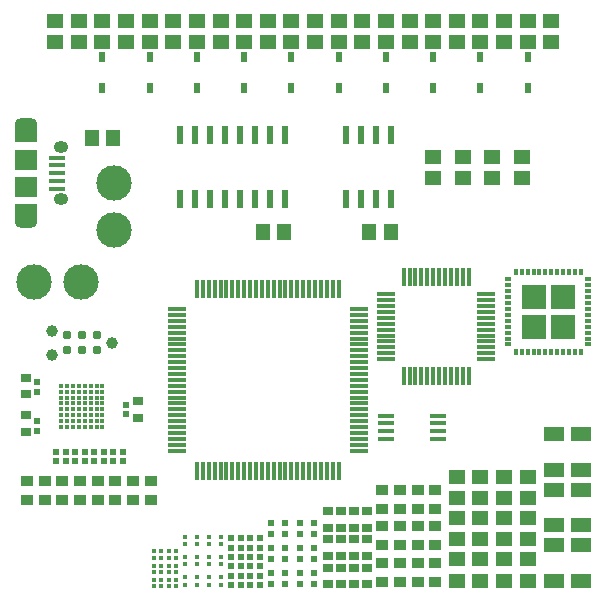
<source format=gts>
G04 #@! TF.FileFunction,Soldermask,Top*
%FSLAX46Y46*%
G04 Gerber Fmt 4.6, Leading zero omitted, Abs format (unit mm)*
G04 Created by KiCad (PCBNEW 0.201512311516+6410~40~ubuntu14.04.1-stable) date Sun 03 Jan 2016 08:31:07 GMT*
%MOMM*%
G01*
G04 APERTURE LIST*
%ADD10C,0.100000*%
%ADD11R,1.150000X1.450000*%
%ADD12R,1.450000X1.150000*%
%ADD13R,0.600000X1.550000*%
%ADD14R,0.420000X0.460000*%
%ADD15R,0.620000X0.620000*%
%ADD16R,1.000000X0.950000*%
%ADD17R,1.800000X1.150000*%
%ADD18R,1.450000X0.450000*%
%ADD19R,1.500000X0.300000*%
%ADD20R,0.300000X1.500000*%
%ADD21R,0.500000X0.900000*%
%ADD22R,0.900000X0.750000*%
%ADD23R,0.520000X0.520000*%
%ADD24R,0.320000X0.360000*%
%ADD25C,0.370000*%
%ADD26C,0.787000*%
%ADD27C,1.000000*%
%ADD28C,3.000000*%
%ADD29R,1.350000X0.400000*%
%ADD30O,1.250000X1.000000*%
%ADD31R,1.900000X1.800000*%
%ADD32R,1.900000X1.575000*%
%ADD33O,1.900000X1.000000*%
%ADD34R,0.550000X0.300000*%
%ADD35R,0.300000X0.550000*%
%ADD36R,2.002000X2.002000*%
G04 APERTURE END LIST*
D10*
D11*
X73400000Y-69000000D03*
X71600000Y-69000000D03*
X58900000Y-61000000D03*
X57100000Y-61000000D03*
X82400000Y-69000000D03*
X80600000Y-69000000D03*
D12*
X86000000Y-62600000D03*
X86000000Y-64400000D03*
X93500000Y-64400000D03*
X93500000Y-62600000D03*
X54000000Y-51100000D03*
X54000000Y-52900000D03*
X58000000Y-51100000D03*
X58000000Y-52900000D03*
X62000000Y-51100000D03*
X62000000Y-52900000D03*
X66000000Y-51100000D03*
X66000000Y-52900000D03*
X70000000Y-51100000D03*
X70000000Y-52900000D03*
X74000000Y-51100000D03*
X74000000Y-52900000D03*
X78000000Y-51100000D03*
X78000000Y-52900000D03*
X82000000Y-51100000D03*
X82000000Y-52900000D03*
X86000000Y-51100000D03*
X86000000Y-52900000D03*
X90000000Y-51100000D03*
X90000000Y-52900000D03*
X94000000Y-51100000D03*
X94000000Y-52900000D03*
D13*
X73445000Y-60800000D03*
X72175000Y-60800000D03*
X70905000Y-60800000D03*
X69635000Y-60800000D03*
X68365000Y-60800000D03*
X67095000Y-60800000D03*
X65825000Y-60800000D03*
X64555000Y-60800000D03*
X64555000Y-66200000D03*
X65825000Y-66200000D03*
X67095000Y-66200000D03*
X68365000Y-66200000D03*
X69635000Y-66200000D03*
X70905000Y-66200000D03*
X72175000Y-66200000D03*
X73445000Y-66200000D03*
X82405000Y-60800000D03*
X81135000Y-60800000D03*
X79865000Y-60800000D03*
X78595000Y-60800000D03*
X78595000Y-66200000D03*
X79865000Y-66200000D03*
X81135000Y-66200000D03*
X82405000Y-66200000D03*
D12*
X88500000Y-62600000D03*
X88500000Y-64400000D03*
X91000000Y-62600000D03*
X91000000Y-64400000D03*
X56000000Y-52900000D03*
X56000000Y-51100000D03*
X60000000Y-52900000D03*
X60000000Y-51100000D03*
X64000000Y-52900000D03*
X64000000Y-51100000D03*
X68000000Y-52900000D03*
X68000000Y-51100000D03*
X72000000Y-52900000D03*
X72000000Y-51100000D03*
X76000000Y-52900000D03*
X76000000Y-51100000D03*
X80000000Y-52900000D03*
X80000000Y-51100000D03*
X84000000Y-52900000D03*
X84000000Y-51100000D03*
X88000000Y-52900000D03*
X88000000Y-51100000D03*
X92000000Y-52900000D03*
X92000000Y-51100000D03*
X96000000Y-52900000D03*
X96000000Y-51100000D03*
D14*
X68000000Y-94770000D03*
X68000000Y-95430000D03*
X68000000Y-96470000D03*
X68000000Y-97130000D03*
X68000000Y-98170000D03*
X68000000Y-98830000D03*
D15*
X75900000Y-93650000D03*
X75900000Y-94550000D03*
X75900000Y-95750000D03*
X75900000Y-96650000D03*
X75900000Y-97850000D03*
X75900000Y-98750000D03*
D16*
X86200000Y-90800000D03*
X86200000Y-92400000D03*
X86200000Y-93900000D03*
X86200000Y-95500000D03*
X86200000Y-97000000D03*
X86200000Y-98600000D03*
D12*
X94000000Y-89700000D03*
X94000000Y-91500000D03*
X94000000Y-93200000D03*
X94000000Y-95000000D03*
X94000000Y-96700000D03*
X94000000Y-98500000D03*
D17*
X96200000Y-86100000D03*
X96200000Y-89100000D03*
X96200000Y-90800000D03*
X96200000Y-93800000D03*
X96200000Y-95500000D03*
X96200000Y-98500000D03*
D14*
X67000000Y-94770000D03*
X67000000Y-95430000D03*
X67000000Y-96470000D03*
X67000000Y-97130000D03*
X67000000Y-98170000D03*
X67000000Y-98830000D03*
D15*
X74700000Y-93650000D03*
X74700000Y-94550000D03*
X74700000Y-95750000D03*
X74700000Y-96650000D03*
X74700000Y-97850000D03*
X74700000Y-98750000D03*
D16*
X84700000Y-90800000D03*
X84700000Y-92400000D03*
X84700000Y-93900000D03*
X84700000Y-95500000D03*
X84700000Y-97000000D03*
X84700000Y-98600000D03*
D12*
X92000000Y-89700000D03*
X92000000Y-91500000D03*
X92000000Y-93200000D03*
X92000000Y-95000000D03*
X92000000Y-96700000D03*
X92000000Y-98500000D03*
D17*
X98500000Y-86100000D03*
X98500000Y-89100000D03*
X98500000Y-90800000D03*
X98500000Y-93800000D03*
X98500000Y-95500000D03*
X98500000Y-98500000D03*
D14*
X66000000Y-94770000D03*
X66000000Y-95430000D03*
X66000000Y-96470000D03*
X66000000Y-97130000D03*
X66000000Y-98170000D03*
X66000000Y-98830000D03*
D15*
X73500000Y-93650000D03*
X73500000Y-94550000D03*
X73500000Y-95750000D03*
X73500000Y-96650000D03*
X73500000Y-97850000D03*
X73500000Y-98750000D03*
D16*
X83200000Y-90800000D03*
X83200000Y-92400000D03*
X83200000Y-93900000D03*
X83200000Y-95500000D03*
X83200000Y-97000000D03*
X83200000Y-98600000D03*
D12*
X90000000Y-89700000D03*
X90000000Y-91500000D03*
X90000000Y-93200000D03*
X90000000Y-95000000D03*
X90000000Y-96700000D03*
X90000000Y-98500000D03*
D14*
X65000000Y-94770000D03*
X65000000Y-95430000D03*
X65000000Y-96470000D03*
X65000000Y-97130000D03*
X65000000Y-98170000D03*
X65000000Y-98830000D03*
D15*
X72300000Y-93650000D03*
X72300000Y-94550000D03*
X72300000Y-95750000D03*
X72300000Y-96650000D03*
X72300000Y-97850000D03*
X72300000Y-98750000D03*
D16*
X81700000Y-90800000D03*
X81700000Y-92400000D03*
X81700000Y-93900000D03*
X81700000Y-95500000D03*
X81700000Y-97000000D03*
X81700000Y-98600000D03*
D18*
X82050000Y-84525000D03*
X82050000Y-85175000D03*
X82050000Y-85825000D03*
X82050000Y-86475000D03*
X86450000Y-86475000D03*
X86450000Y-85825000D03*
X86450000Y-85175000D03*
X86450000Y-84525000D03*
D19*
X82050000Y-74250000D03*
X82050000Y-74750000D03*
X82050000Y-75250000D03*
X82050000Y-75750000D03*
X82050000Y-76250000D03*
X82050000Y-76750000D03*
X82050000Y-77250000D03*
X82050000Y-77750000D03*
X82050000Y-78250000D03*
X82050000Y-78750000D03*
X82050000Y-79250000D03*
X82050000Y-79750000D03*
D20*
X83500000Y-81200000D03*
X84000000Y-81200000D03*
X84500000Y-81200000D03*
X85000000Y-81200000D03*
X85500000Y-81200000D03*
X86000000Y-81200000D03*
X86500000Y-81200000D03*
X87000000Y-81200000D03*
X87500000Y-81200000D03*
X88000000Y-81200000D03*
X88500000Y-81200000D03*
X89000000Y-81200000D03*
D19*
X90450000Y-79750000D03*
X90450000Y-79250000D03*
X90450000Y-78750000D03*
X90450000Y-78250000D03*
X90450000Y-77750000D03*
X90450000Y-77250000D03*
X90450000Y-76750000D03*
X90450000Y-76250000D03*
X90450000Y-75750000D03*
X90450000Y-75250000D03*
X90450000Y-74750000D03*
X90450000Y-74250000D03*
D20*
X89000000Y-72800000D03*
X88500000Y-72800000D03*
X88000000Y-72800000D03*
X87500000Y-72800000D03*
X87000000Y-72800000D03*
X86500000Y-72800000D03*
X86000000Y-72800000D03*
X85500000Y-72800000D03*
X85000000Y-72800000D03*
X84500000Y-72800000D03*
X84000000Y-72800000D03*
X83500000Y-72800000D03*
D19*
X64300000Y-75500000D03*
X64300000Y-76000000D03*
X64300000Y-76500000D03*
X64300000Y-77000000D03*
X64300000Y-77500000D03*
X64300000Y-78000000D03*
X64300000Y-78500000D03*
X64300000Y-79000000D03*
X64300000Y-79500000D03*
X64300000Y-80000000D03*
X64300000Y-80500000D03*
X64300000Y-81000000D03*
X64300000Y-81500000D03*
X64300000Y-82000000D03*
X64300000Y-82500000D03*
X64300000Y-83000000D03*
X64300000Y-83500000D03*
X64300000Y-84000000D03*
X64300000Y-84500000D03*
X64300000Y-85000000D03*
X64300000Y-85500000D03*
X64300000Y-86000000D03*
X64300000Y-86500000D03*
X64300000Y-87000000D03*
X64300000Y-87500000D03*
D20*
X66000000Y-89200000D03*
X66500000Y-89200000D03*
X67000000Y-89200000D03*
X67500000Y-89200000D03*
X68000000Y-89200000D03*
X68500000Y-89200000D03*
X69000000Y-89200000D03*
X69500000Y-89200000D03*
X70000000Y-89200000D03*
X70500000Y-89200000D03*
X71000000Y-89200000D03*
X71500000Y-89200000D03*
X72000000Y-89200000D03*
X72500000Y-89200000D03*
X73000000Y-89200000D03*
X73500000Y-89200000D03*
X74000000Y-89200000D03*
X74500000Y-89200000D03*
X75000000Y-89200000D03*
X75500000Y-89200000D03*
X76000000Y-89200000D03*
X76500000Y-89200000D03*
X77000000Y-89200000D03*
X77500000Y-89200000D03*
X78000000Y-89200000D03*
D19*
X79700000Y-87500000D03*
X79700000Y-87000000D03*
X79700000Y-86500000D03*
X79700000Y-86000000D03*
X79700000Y-85500000D03*
X79700000Y-85000000D03*
X79700000Y-84500000D03*
X79700000Y-84000000D03*
X79700000Y-83500000D03*
X79700000Y-83000000D03*
X79700000Y-82500000D03*
X79700000Y-82000000D03*
X79700000Y-81500000D03*
X79700000Y-81000000D03*
X79700000Y-80500000D03*
X79700000Y-80000000D03*
X79700000Y-79500000D03*
X79700000Y-79000000D03*
X79700000Y-78500000D03*
X79700000Y-78000000D03*
X79700000Y-77500000D03*
X79700000Y-77000000D03*
X79700000Y-76500000D03*
X79700000Y-76000000D03*
X79700000Y-75500000D03*
D20*
X78000000Y-73800000D03*
X77500000Y-73800000D03*
X77000000Y-73800000D03*
X76500000Y-73800000D03*
X76000000Y-73800000D03*
X75500000Y-73800000D03*
X75000000Y-73800000D03*
X74500000Y-73800000D03*
X74000000Y-73800000D03*
X73500000Y-73800000D03*
X73000000Y-73800000D03*
X72500000Y-73800000D03*
X72000000Y-73800000D03*
X71500000Y-73800000D03*
X71000000Y-73800000D03*
X70500000Y-73800000D03*
X70000000Y-73800000D03*
X69500000Y-73800000D03*
X69000000Y-73800000D03*
X68500000Y-73800000D03*
X68000000Y-73800000D03*
X67500000Y-73800000D03*
X67000000Y-73800000D03*
X66500000Y-73800000D03*
X66000000Y-73800000D03*
D21*
X70000000Y-54200000D03*
X70000000Y-56800000D03*
X66000000Y-54200000D03*
X66000000Y-56800000D03*
X62000000Y-54200000D03*
X62000000Y-56800000D03*
X58000000Y-54200000D03*
X58000000Y-56800000D03*
X90000000Y-54200000D03*
X90000000Y-56800000D03*
X86000000Y-54200000D03*
X86000000Y-56800000D03*
X82000000Y-54200000D03*
X82000000Y-56800000D03*
X78000000Y-54200000D03*
X78000000Y-56800000D03*
D22*
X77100000Y-97400000D03*
X77100000Y-98800000D03*
X77100000Y-95000000D03*
X77100000Y-96400000D03*
X77100000Y-92600000D03*
X77100000Y-94000000D03*
X78200000Y-97400000D03*
X78200000Y-98800000D03*
X78200000Y-95000000D03*
X78200000Y-96400000D03*
X78200000Y-92600000D03*
X78200000Y-94000000D03*
X79300000Y-97400000D03*
X79300000Y-98800000D03*
X79300000Y-95000000D03*
X79300000Y-96400000D03*
X79300000Y-92600000D03*
X79300000Y-94000000D03*
X80400000Y-97400000D03*
X80400000Y-98800000D03*
X80400000Y-95000000D03*
X80400000Y-96400000D03*
X80400000Y-92600000D03*
X80400000Y-94000000D03*
D23*
X68900000Y-98100000D03*
X68900000Y-98900000D03*
X68900000Y-96500000D03*
X68900000Y-97300000D03*
X68900000Y-94900000D03*
X68900000Y-95700000D03*
X69700000Y-98100000D03*
X69700000Y-98900000D03*
X69700000Y-96500000D03*
X69700000Y-97300000D03*
X69700000Y-94900000D03*
X69700000Y-95700000D03*
X71300000Y-98100000D03*
X71300000Y-98900000D03*
X71300000Y-96500000D03*
X71300000Y-97300000D03*
X71300000Y-94900000D03*
X71300000Y-95700000D03*
X70500000Y-98100000D03*
X70500000Y-98900000D03*
X70500000Y-96500000D03*
X70500000Y-97300000D03*
X70500000Y-94900000D03*
X70500000Y-95700000D03*
D12*
X88000000Y-89700000D03*
X88000000Y-91500000D03*
X88000000Y-93200000D03*
X88000000Y-95000000D03*
X88000000Y-96700000D03*
X88000000Y-98500000D03*
D24*
X62400000Y-96020000D03*
X62400000Y-96580000D03*
X62400000Y-97220000D03*
X62400000Y-97780000D03*
X62400000Y-98420000D03*
X62400000Y-98980000D03*
X63000000Y-96020000D03*
X63000000Y-96580000D03*
X63000000Y-97220000D03*
X63000000Y-97780000D03*
X63000000Y-98420000D03*
X63000000Y-98980000D03*
X63600000Y-96020000D03*
X63600000Y-96580000D03*
X63600000Y-97220000D03*
X63600000Y-97780000D03*
X63600000Y-98420000D03*
X63600000Y-98980000D03*
X64200000Y-96020000D03*
X64200000Y-96580000D03*
X64200000Y-97220000D03*
X64200000Y-97780000D03*
X64200000Y-98420000D03*
X64200000Y-98980000D03*
D22*
X51500000Y-82700000D03*
X51500000Y-81300000D03*
X61000000Y-84700000D03*
X61000000Y-83300000D03*
X51500000Y-85900000D03*
X51500000Y-84500000D03*
D23*
X60000000Y-84400000D03*
X60000000Y-83600000D03*
X52500000Y-82500000D03*
X52500000Y-81700000D03*
X52500000Y-85800000D03*
X52500000Y-85000000D03*
D16*
X51600000Y-91700000D03*
X51600000Y-90100000D03*
X53100000Y-91700000D03*
X53100000Y-90100000D03*
X54600000Y-91700000D03*
X54600000Y-90100000D03*
D25*
X54500000Y-82000000D03*
X54500000Y-82500000D03*
X54500000Y-83000000D03*
X54500000Y-83500000D03*
X54500000Y-84000000D03*
X54500000Y-84500000D03*
X54500000Y-85000000D03*
X54500000Y-85500000D03*
X55000000Y-82000000D03*
X55000000Y-82500000D03*
X55000000Y-83000000D03*
X55000000Y-83500000D03*
X55000000Y-84000000D03*
X55000000Y-84500000D03*
X55000000Y-85000000D03*
X55000000Y-85500000D03*
X55500000Y-82000000D03*
X55500000Y-82500000D03*
X55500000Y-83000000D03*
X55500000Y-83500000D03*
X55500000Y-84000000D03*
X55500000Y-84500000D03*
X55500000Y-85000000D03*
X55500000Y-85500000D03*
X56000000Y-82000000D03*
X56000000Y-82500000D03*
X56000000Y-83000000D03*
X56000000Y-83500000D03*
X56000000Y-84000000D03*
X56000000Y-84500000D03*
X56000000Y-85000000D03*
X56000000Y-85500000D03*
X56500000Y-82000000D03*
X56500000Y-82500000D03*
X56500000Y-83000000D03*
X56500000Y-83500000D03*
X56500000Y-84000000D03*
X56500000Y-84500000D03*
X56500000Y-85000000D03*
X56500000Y-85500000D03*
X57000000Y-82000000D03*
X57000000Y-82500000D03*
X57000000Y-83000000D03*
X57000000Y-83500000D03*
X57000000Y-84000000D03*
X57000000Y-84500000D03*
X57000000Y-85000000D03*
X57000000Y-85500000D03*
X57500000Y-82000000D03*
X57500000Y-82500000D03*
X57500000Y-83000000D03*
X57500000Y-83500000D03*
X57500000Y-84000000D03*
X57500000Y-84500000D03*
X57500000Y-85000000D03*
X57500000Y-85500000D03*
X58000000Y-82000000D03*
X58000000Y-82500000D03*
X58000000Y-83000000D03*
X58000000Y-83500000D03*
X58000000Y-84000000D03*
X58000000Y-84500000D03*
X58000000Y-85000000D03*
X58000000Y-85500000D03*
D26*
X57540000Y-77730000D03*
X57540000Y-79000000D03*
X56270000Y-77730000D03*
X56270000Y-79000000D03*
X55000000Y-77730000D03*
X55000000Y-79000000D03*
D27*
X58810000Y-78365000D03*
X53730000Y-77349000D03*
X53730000Y-79381000D03*
D23*
X54100000Y-87600000D03*
X54100000Y-88400000D03*
X54900000Y-87600000D03*
X54900000Y-88400000D03*
X55700000Y-87600000D03*
X55700000Y-88400000D03*
D16*
X56100000Y-91700000D03*
X56100000Y-90100000D03*
X57600000Y-91700000D03*
X57600000Y-90100000D03*
X59100000Y-91700000D03*
X59100000Y-90100000D03*
X60600000Y-91700000D03*
X60600000Y-90100000D03*
D23*
X56500000Y-87600000D03*
X56500000Y-88400000D03*
X57300000Y-87600000D03*
X57300000Y-88400000D03*
X58100000Y-87600000D03*
X58100000Y-88400000D03*
D16*
X62100000Y-91700000D03*
X62100000Y-90100000D03*
D23*
X59700000Y-87600000D03*
X59700000Y-88400000D03*
X58900000Y-87600000D03*
X58900000Y-88400000D03*
D21*
X74000000Y-54200000D03*
X74000000Y-56800000D03*
X94000000Y-54200000D03*
X94000000Y-56800000D03*
D28*
X59000000Y-64800000D03*
X59000000Y-68800000D03*
X56200000Y-73200000D03*
X52200000Y-73200000D03*
D29*
X54175000Y-64000000D03*
X54175000Y-64650000D03*
X54175000Y-63350000D03*
X54175000Y-62700000D03*
X54175000Y-65300000D03*
D30*
X54500000Y-66225000D03*
X54500000Y-61775000D03*
D31*
X51500000Y-65150000D03*
X51500000Y-62850000D03*
D32*
X51500000Y-67387500D03*
D33*
X51500000Y-68175000D03*
D32*
X51500000Y-60612500D03*
D33*
X51500000Y-59825000D03*
D34*
X92375000Y-73000000D03*
X92375000Y-73500000D03*
X92375000Y-74000000D03*
X92375000Y-74500000D03*
X92375000Y-75000000D03*
X92375000Y-75500000D03*
X92375000Y-76000000D03*
X92375000Y-76500000D03*
X92375000Y-77000000D03*
X92375000Y-77500000D03*
X92375000Y-78000000D03*
X92375000Y-78500000D03*
D35*
X93000000Y-79125000D03*
X93500000Y-79125000D03*
X94000000Y-79125000D03*
X94500000Y-79125000D03*
X95000000Y-79125000D03*
X95500000Y-79125000D03*
X96000000Y-79125000D03*
X96500000Y-79125000D03*
X97000000Y-79125000D03*
X97500000Y-79125000D03*
X98000000Y-79125000D03*
X98500000Y-79125000D03*
D34*
X99125000Y-78500000D03*
X99125000Y-78000000D03*
X99125000Y-77500000D03*
X99125000Y-77000000D03*
X99125000Y-76500000D03*
X99125000Y-76000000D03*
X99125000Y-75500000D03*
X99125000Y-75000000D03*
X99125000Y-74500000D03*
X99125000Y-74000000D03*
X99125000Y-73500000D03*
X99125000Y-73000000D03*
D35*
X98500000Y-72375000D03*
X98000000Y-72375000D03*
X97500000Y-72375000D03*
X97000000Y-72375000D03*
X96500000Y-72375000D03*
X96000000Y-72375000D03*
X95500000Y-72375000D03*
X95000000Y-72375000D03*
X94500000Y-72375000D03*
X94000000Y-72375000D03*
X93500000Y-72375000D03*
X93000000Y-72375000D03*
D36*
X94500000Y-74500000D03*
X94500000Y-77000000D03*
X97000000Y-74500000D03*
X97000000Y-77000000D03*
M02*

</source>
